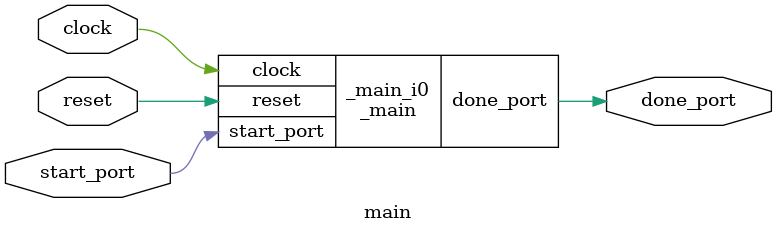
<source format=v>

`ifdef __ICARUS__
  `define _SIM_HAVE_CLOG2
`endif
`ifdef VERILATOR
  `define _SIM_HAVE_CLOG2
`endif
`ifdef MODEL_TECH
  `define _SIM_HAVE_CLOG2
`endif
`ifdef VCS
  `define _SIM_HAVE_CLOG2
`endif
`ifdef NCVERILOG
  `define _SIM_HAVE_CLOG2
`endif
`ifdef XILINX_SIMULATOR
  `define _SIM_HAVE_CLOG2
`endif
`ifdef XILINX_ISIM
  `define _SIM_HAVE_CLOG2
`endif

`timescale 1ns / 1ps
module flipflop_SR(clock, reset, in1, out1);
  parameter BITSIZE_in1=1, BITSIZE_out1=1;
  // IN
  input clock;
  input reset;
  input in1;
  // OUT
  output out1;
  
  reg reg_out1 =0;
  assign out1 = reg_out1;
  always @(posedge clock)
    if (reset == 1'b0)
      reg_out1 <= {BITSIZE_out1{1'b0}};
    else
      reg_out1 <= in1;

endmodule

// Datapath RTL description for main
// This component has been derived from the input source code and so it does not fall under the copyright of PandA framework, but it follows the input source code copyright, and may be aggregated with components of the BAMBU/PANDA IP LIBRARY.
// Author(s): Component automatically generated by bambu
// License: THIS COMPONENT IS PROVIDED "AS IS" AND WITHOUT ANY EXPRESS OR IMPLIED WARRANTIES, INCLUDING, WITHOUT LIMITATION, THE IMPLIED WARRANTIES OF MERCHANTIBILITY AND FITNESS FOR A PARTICULAR PURPOSE.
`timescale 1ns / 1ps
module datapath_main(clock, reset);
  // IN
  input clock;
  input reset;
  // Component and signal declarations
  
  flipflop_SR #(.BITSIZE_in1(1), .BITSIZE_out1(1)) dummy_REG (.clock(clock), .reset(reset));

endmodule

// FSM based controller description for main
// This component has been derived from the input source code and so it does not fall under the copyright of PandA framework, but it follows the input source code copyright, and may be aggregated with components of the BAMBU/PANDA IP LIBRARY.
// Author(s): Component automatically generated by bambu
// License: THIS COMPONENT IS PROVIDED "AS IS" AND WITHOUT ANY EXPRESS OR IMPLIED WARRANTIES, INCLUDING, WITHOUT LIMITATION, THE IMPLIED WARRANTIES OF MERCHANTIBILITY AND FITNESS FOR A PARTICULAR PURPOSE.
`timescale 1ns / 1ps
module controller_main(done_port, clock, reset, start_port);
  // IN
  input clock;
  input reset;
  input start_port;
  // OUT
  output done_port;
  parameter [0:0] S_0 = 1'b1;
  reg [0:0] _present_state, _next_state;
  reg done_port;
  
  always @(posedge clock)
    if (reset == 1'b0) _present_state <= S_0;
    else _present_state <= _next_state;
  
  always @(*)
  begin
    done_port = 1'b0;
    case (_present_state)
      S_0 :
        if(start_port == 1'b1)
        begin
          _next_state = S_0;
          done_port = 1'b1;
        end
        else
        begin
          _next_state = S_0;
        end
      default :
        begin
          _next_state = S_0;
        end
    endcase
  end
endmodule

// Top component for main
// This component has been derived from the input source code and so it does not fall under the copyright of PandA framework, but it follows the input source code copyright, and may be aggregated with components of the BAMBU/PANDA IP LIBRARY.
// Author(s): Component automatically generated by bambu
// License: THIS COMPONENT IS PROVIDED "AS IS" AND WITHOUT ANY EXPRESS OR IMPLIED WARRANTIES, INCLUDING, WITHOUT LIMITATION, THE IMPLIED WARRANTIES OF MERCHANTIBILITY AND FITNESS FOR A PARTICULAR PURPOSE.
`timescale 1ns / 1ps
module _main(clock, reset, start_port, done_port);
  // IN
  input clock;
  input reset;
  input start_port;
  // OUT
  output done_port;
  // Component and signal declarations
  
  controller_main Controller_i (.done_port(done_port), .clock(clock), .reset(reset), .start_port(start_port));
  datapath_main Datapath_i (.clock(clock), .reset(reset));

endmodule

// Minimal interface for function: main
// This component has been derived from the input source code and so it does not fall under the copyright of PandA framework, but it follows the input source code copyright, and may be aggregated with components of the BAMBU/PANDA IP LIBRARY.
// Author(s): Component automatically generated by bambu
// License: THIS COMPONENT IS PROVIDED "AS IS" AND WITHOUT ANY EXPRESS OR IMPLIED WARRANTIES, INCLUDING, WITHOUT LIMITATION, THE IMPLIED WARRANTIES OF MERCHANTIBILITY AND FITNESS FOR A PARTICULAR PURPOSE.
`timescale 1ns / 1ps
module main(clock, reset, start_port, done_port);
  // IN
  input clock;
  input reset;
  input start_port;
  // OUT
  output done_port;
  // Component and signal declarations
  
  _main _main_i0 (.done_port(done_port), .clock(clock), .reset(reset), .start_port(start_port));

endmodule



</source>
